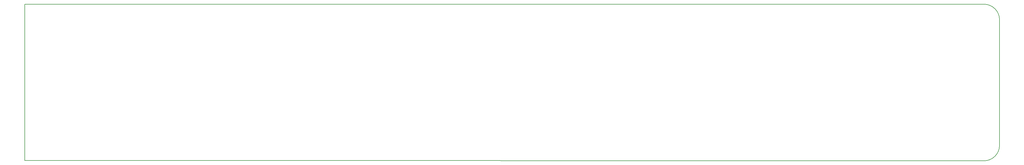
<source format=gbr>
%TF.GenerationSoftware,KiCad,Pcbnew,(6.0.9-0)*%
%TF.CreationDate,2022-11-17T19:12:12+01:00*%
%TF.ProjectId,pwr-v1,7077722d-7631-42e6-9b69-6361645f7063,rev?*%
%TF.SameCoordinates,Original*%
%TF.FileFunction,Profile,NP*%
%FSLAX46Y46*%
G04 Gerber Fmt 4.6, Leading zero omitted, Abs format (unit mm)*
G04 Created by KiCad (PCBNEW (6.0.9-0)) date 2022-11-17 19:12:12*
%MOMM*%
%LPD*%
G01*
G04 APERTURE LIST*
%TA.AperFunction,Profile*%
%ADD10C,0.150000*%
%TD*%
%TA.AperFunction,Profile*%
%ADD11C,0.200000*%
%TD*%
G04 APERTURE END LIST*
D10*
X310000000Y-44250000D02*
G75*
G03*
X305000000Y-39250000I-5000000J0D01*
G01*
X0Y-39270000D02*
X305000000Y-39250000D01*
X305000000Y-89250000D02*
G75*
G03*
X310000000Y-84250000I0J5000000D01*
G01*
X305000000Y-89250000D02*
X0Y-89175000D01*
X310000000Y-44250000D02*
X310000000Y-84250000D01*
D11*
X0Y-39270000D02*
X0Y-89175000D01*
M02*

</source>
